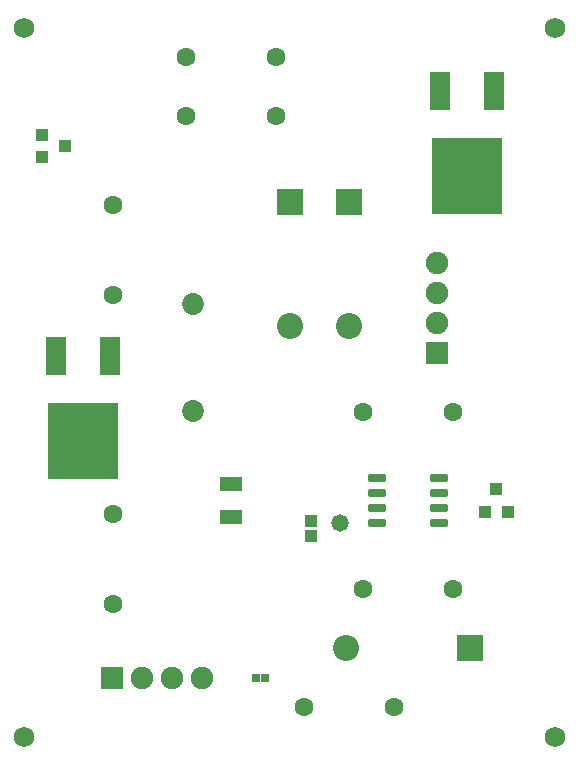
<source format=gts>
G04 Layer_Color=8388736*
%FSLAX25Y25*%
%MOIN*%
G70*
G01*
G75*
%ADD35R,0.04343X0.03950*%
%ADD36R,0.03950X0.04343*%
%ADD37R,0.07099X0.12611*%
%ADD38R,0.23635X0.25210*%
G04:AMPARAMS|DCode=39|XSize=29.65mil|YSize=57.21mil|CornerRadius=5.95mil|HoleSize=0mil|Usage=FLASHONLY|Rotation=270.000|XOffset=0mil|YOffset=0mil|HoleType=Round|Shape=RoundedRectangle|*
%AMROUNDEDRECTD39*
21,1,0.02965,0.04532,0,0,270.0*
21,1,0.01776,0.05721,0,0,270.0*
1,1,0.01190,-0.02266,-0.00888*
1,1,0.01190,-0.02266,0.00888*
1,1,0.01190,0.02266,0.00888*
1,1,0.01190,0.02266,-0.00888*
%
%ADD39ROUNDEDRECTD39*%
%ADD40R,0.03005X0.02847*%
%ADD41R,0.04343X0.03950*%
%ADD42R,0.07493X0.04540*%
%ADD43R,0.07493X0.07493*%
%ADD44C,0.07493*%
%ADD45R,0.07493X0.07493*%
%ADD46C,0.06800*%
%ADD47C,0.07296*%
%ADD48R,0.08674X0.08674*%
%ADD49C,0.08674*%
%ADD50C,0.06312*%
%ADD51R,0.08674X0.08674*%
%ADD52C,0.05800*%
D35*
X133858Y299016D02*
D03*
Y291535D02*
D03*
X141732Y295276D02*
D03*
D36*
X281693Y173228D02*
D03*
X289173D02*
D03*
X285433Y181102D02*
D03*
D37*
X156654Y225197D02*
D03*
X138622D02*
D03*
X284606Y313779D02*
D03*
X266575D02*
D03*
D38*
X147638Y196850D02*
D03*
X275591Y285433D02*
D03*
D39*
X266240Y169665D02*
D03*
Y174665D02*
D03*
Y179665D02*
D03*
Y184665D02*
D03*
X245571Y169665D02*
D03*
Y174665D02*
D03*
Y179665D02*
D03*
Y184665D02*
D03*
D40*
X205197Y118110D02*
D03*
X208189D02*
D03*
D41*
X223610Y165224D02*
D03*
Y170146D02*
D03*
D42*
X196850Y182677D02*
D03*
Y171654D02*
D03*
D43*
X157323Y118110D02*
D03*
D44*
X167323D02*
D03*
X177323D02*
D03*
X187323D02*
D03*
X265748Y236220D02*
D03*
Y246220D02*
D03*
Y256220D02*
D03*
D45*
Y226220D02*
D03*
D46*
X305118Y334646D02*
D03*
Y98425D02*
D03*
X127953D02*
D03*
Y334646D02*
D03*
D47*
X184240Y207055D02*
D03*
Y242488D02*
D03*
D48*
X216535Y276496D02*
D03*
X236220Y276496D02*
D03*
D49*
X216535Y235315D02*
D03*
X236220Y235315D02*
D03*
X235315Y127953D02*
D03*
D50*
X157480Y275591D02*
D03*
Y245591D02*
D03*
Y172480D02*
D03*
Y142480D02*
D03*
X181850Y324803D02*
D03*
X211850D02*
D03*
X181850Y305118D02*
D03*
X211850D02*
D03*
X221220Y108268D02*
D03*
X251220D02*
D03*
X270905Y147638D02*
D03*
X240905D02*
D03*
X270905Y206693D02*
D03*
X240905D02*
D03*
D51*
X276496Y127953D02*
D03*
D52*
X233300Y169665D02*
D03*
M02*

</source>
